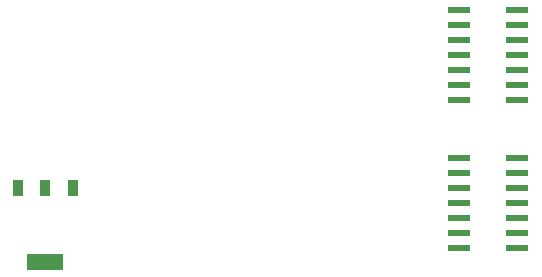
<source format=gbr>
%TF.GenerationSoftware,KiCad,Pcbnew,8.0.3*%
%TF.CreationDate,2024-08-29T14:55:06+08:00*%
%TF.ProjectId,Full_withESP,46756c6c-5f77-4697-9468-4553502e6b69,rev?*%
%TF.SameCoordinates,Original*%
%TF.FileFunction,Paste,Top*%
%TF.FilePolarity,Positive*%
%FSLAX46Y46*%
G04 Gerber Fmt 4.6, Leading zero omitted, Abs format (unit mm)*
G04 Created by KiCad (PCBNEW 8.0.3) date 2024-08-29 14:55:06*
%MOMM*%
%LPD*%
G01*
G04 APERTURE LIST*
%ADD10R,0.889000X1.473200*%
%ADD11R,3.149600X1.473200*%
%ADD12R,1.981200X0.558800*%
G04 APERTURE END LIST*
D10*
%TO.C,U1*%
X98311400Y-117762004D03*
X96000000Y-117762004D03*
X93688600Y-117762004D03*
D11*
X96000000Y-124000000D03*
%TD*%
D12*
%TO.C,U4*%
X131036200Y-115240000D03*
X131036200Y-116510000D03*
X131036200Y-117780000D03*
X131036200Y-119050000D03*
X131036200Y-120320000D03*
X131036200Y-121590000D03*
X131036200Y-122860000D03*
X135963800Y-122860000D03*
X135963800Y-121590000D03*
X135963800Y-120320000D03*
X135963800Y-119050000D03*
X135963800Y-117780000D03*
X135963800Y-116510000D03*
X135963800Y-115240000D03*
%TD*%
%TO.C,U3*%
X131036200Y-102690000D03*
X131036200Y-103960000D03*
X131036200Y-105230000D03*
X131036200Y-106500000D03*
X131036200Y-107770000D03*
X131036200Y-109040000D03*
X131036200Y-110310000D03*
X135963800Y-110310000D03*
X135963800Y-109040000D03*
X135963800Y-107770000D03*
X135963800Y-106500000D03*
X135963800Y-105230000D03*
X135963800Y-103960000D03*
X135963800Y-102690000D03*
%TD*%
M02*

</source>
